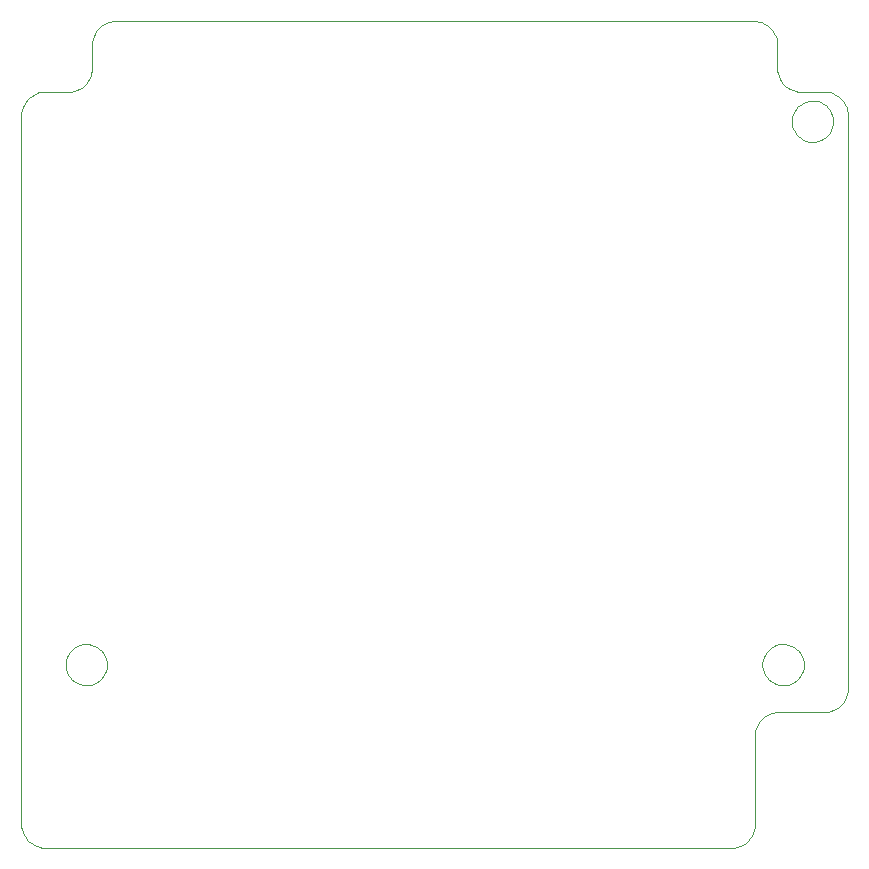
<source format=gm1>
G04*
G04 #@! TF.GenerationSoftware,Altium Limited,Altium Designer,20.2.5 (213)*
G04*
G04 Layer_Color=16711935*
%FSLAX25Y25*%
%MOIN*%
G70*
G04*
G04 #@! TF.SameCoordinates,E836E871-874D-4870-97CC-98E8EA56924C*
G04*
G04*
G04 #@! TF.FilePolarity,Positive*
G04*
G01*
G75*
%ADD11C,0.00394*%
D11*
X28543Y61024D02*
X28470Y62027D01*
X28251Y63008D01*
X27892Y63948D01*
X27400Y64825D01*
X26785Y65621D01*
X26061Y66319D01*
X25243Y66905D01*
X24348Y67365D01*
X23396Y67689D01*
X22407Y67872D01*
X21402Y67909D01*
X20402Y67799D01*
X19429Y67544D01*
X18503Y67151D01*
X17645Y66627D01*
X16872Y65984D01*
X16200Y65234D01*
X15645Y64396D01*
X15218Y63485D01*
X14929Y62522D01*
X14782Y61527D01*
Y60521D01*
X14929Y59526D01*
X15218Y58562D01*
X15645Y57652D01*
X16200Y56813D01*
X16872Y56064D01*
X17645Y55420D01*
X18503Y54896D01*
X19429Y54503D01*
X20402Y54248D01*
X21402Y54138D01*
X22407Y54175D01*
X23396Y54358D01*
X24348Y54683D01*
X25243Y55143D01*
X26061Y55728D01*
X26785Y56426D01*
X27400Y57222D01*
X27892Y58099D01*
X28251Y59039D01*
X28470Y60021D01*
X28543Y61024D01*
X260827D02*
X260753Y62027D01*
X260535Y63008D01*
X260175Y63948D01*
X259683Y64825D01*
X259068Y65621D01*
X258344Y66319D01*
X257526Y66905D01*
X256632Y67365D01*
X255680Y67689D01*
X254691Y67872D01*
X253685Y67909D01*
X252686Y67799D01*
X251712Y67544D01*
X250787Y67151D01*
X249928Y66627D01*
X249155Y65984D01*
X248484Y65234D01*
X247929Y64396D01*
X247502Y63485D01*
X247212Y62522D01*
X247066Y61527D01*
Y60521D01*
X247212Y59526D01*
X247502Y58562D01*
X247929Y57652D01*
X248484Y56813D01*
X249155Y56064D01*
X249928Y55420D01*
X250787Y54896D01*
X251712Y54503D01*
X252686Y54248D01*
X253685Y54138D01*
X254691Y54175D01*
X255680Y54358D01*
X256632Y54683D01*
X257526Y55143D01*
X258344Y55728D01*
X259068Y56426D01*
X259683Y57222D01*
X260175Y58099D01*
X260535Y59039D01*
X260753Y60021D01*
X260827Y61024D01*
X270669Y242126D02*
X270596Y243129D01*
X270377Y244111D01*
X270018Y245050D01*
X269526Y245928D01*
X268911Y246724D01*
X268187Y247422D01*
X267369Y248007D01*
X266474Y248467D01*
X265522Y248792D01*
X264533Y248974D01*
X263528Y249011D01*
X262528Y248901D01*
X261555Y248647D01*
X260629Y248253D01*
X259771Y247729D01*
X258998Y247086D01*
X258326Y246337D01*
X257771Y245498D01*
X257344Y244587D01*
X257055Y243624D01*
X256908Y242629D01*
Y241623D01*
X257055Y240628D01*
X257344Y239665D01*
X257771Y238754D01*
X258326Y237915D01*
X258998Y237166D01*
X259771Y236523D01*
X260629Y235999D01*
X261555Y235605D01*
X262528Y235351D01*
X263528Y235241D01*
X264533Y235278D01*
X265522Y235460D01*
X266474Y235785D01*
X267369Y236245D01*
X268187Y236830D01*
X268911Y237528D01*
X269526Y238324D01*
X270018Y239202D01*
X270377Y240141D01*
X270596Y241123D01*
X270669Y242126D01*
X31591Y275590D02*
X30630Y275532D01*
X29684Y275359D01*
X28765Y275073D01*
X27887Y274678D01*
X27064Y274180D01*
X26307Y273587D01*
X25626Y272906D01*
X25033Y272149D01*
X24535Y271325D01*
X24140Y270448D01*
X23854Y269529D01*
X23680Y268583D01*
X23622Y267622D01*
X15590Y251969D02*
X16559Y252027D01*
X17513Y252202D01*
X18439Y252490D01*
X19323Y252888D01*
X20153Y253390D01*
X20916Y253988D01*
X21602Y254674D01*
X22200Y255438D01*
X22702Y256268D01*
X23100Y257152D01*
X23389Y258078D01*
X23563Y259032D01*
X23622Y260000D01*
X7969Y251969D02*
X7008Y251910D01*
X6061Y251737D01*
X5143Y251451D01*
X4265Y251056D01*
X3442Y250558D01*
X2684Y249964D01*
X2004Y249284D01*
X1410Y248527D01*
X913Y247703D01*
X518Y246826D01*
X231Y245907D01*
X58Y244960D01*
X-0Y244000D01*
X-0Y8000D02*
X58Y7036D01*
X233Y6086D01*
X520Y5163D01*
X916Y4282D01*
X1416Y3455D01*
X2012Y2695D01*
X2695Y2012D01*
X3455Y1416D01*
X4282Y916D01*
X5163Y520D01*
X6086Y233D01*
X7036Y58D01*
X8000Y0D01*
X251969Y267622D02*
X251910Y268583D01*
X251737Y269529D01*
X251451Y270448D01*
X251056Y271325D01*
X250558Y272149D01*
X249964Y272906D01*
X249284Y273587D01*
X248527Y274180D01*
X247703Y274678D01*
X246826Y275073D01*
X245907Y275359D01*
X244960Y275532D01*
X244000Y275590D01*
X251969Y260032D02*
X252027Y259060D01*
X252203Y258102D01*
X252492Y257172D01*
X252892Y256284D01*
X253396Y255451D01*
X253996Y254685D01*
X254685Y253996D01*
X255451Y253396D01*
X256284Y252892D01*
X257172Y252492D01*
X258102Y252203D01*
X259060Y252027D01*
X260032Y251969D01*
X275591Y243985D02*
X275532Y244948D01*
X275359Y245896D01*
X275072Y246816D01*
X274676Y247695D01*
X274177Y248520D01*
X273583Y249279D01*
X272901Y249961D01*
X272142Y250555D01*
X271317Y251054D01*
X270438Y251450D01*
X269518Y251736D01*
X268570Y251910D01*
X267607Y251969D01*
X236614Y0D02*
X237642Y67D01*
X238652Y268D01*
X239627Y599D01*
X240551Y1055D01*
X241408Y1627D01*
X242182Y2306D01*
X242861Y3081D01*
X243433Y3937D01*
X243889Y4861D01*
X244220Y5836D01*
X244421Y6846D01*
X244488Y7874D01*
X252657Y45276D02*
X251672Y45216D01*
X250702Y45038D01*
X249760Y44745D01*
X248861Y44340D01*
X248016Y43830D01*
X247240Y43221D01*
X246543Y42524D01*
X245934Y41747D01*
X245424Y40903D01*
X245019Y40004D01*
X244726Y39062D01*
X244548Y38092D01*
X244488Y37107D01*
X267717Y45276D02*
X268744Y45343D01*
X269755Y45544D01*
X270730Y45875D01*
X271654Y46330D01*
X272510Y46903D01*
X273284Y47582D01*
X273963Y48356D01*
X274536Y49213D01*
X274991Y50136D01*
X275322Y51112D01*
X275523Y52122D01*
X275591Y53150D01*
X31591Y275590D02*
X244000Y275590D01*
X-0Y8000D02*
Y244000D01*
X7969Y251969D02*
X15590D01*
X23622Y260000D02*
Y267622D01*
X251969Y260032D02*
Y267622D01*
X260032Y251969D02*
X267607D01*
X8000Y0D02*
X236614D01*
X244488Y7874D02*
Y37107D01*
X252657Y45276D02*
X267717D01*
X275591Y53150D02*
Y243985D01*
M02*

</source>
